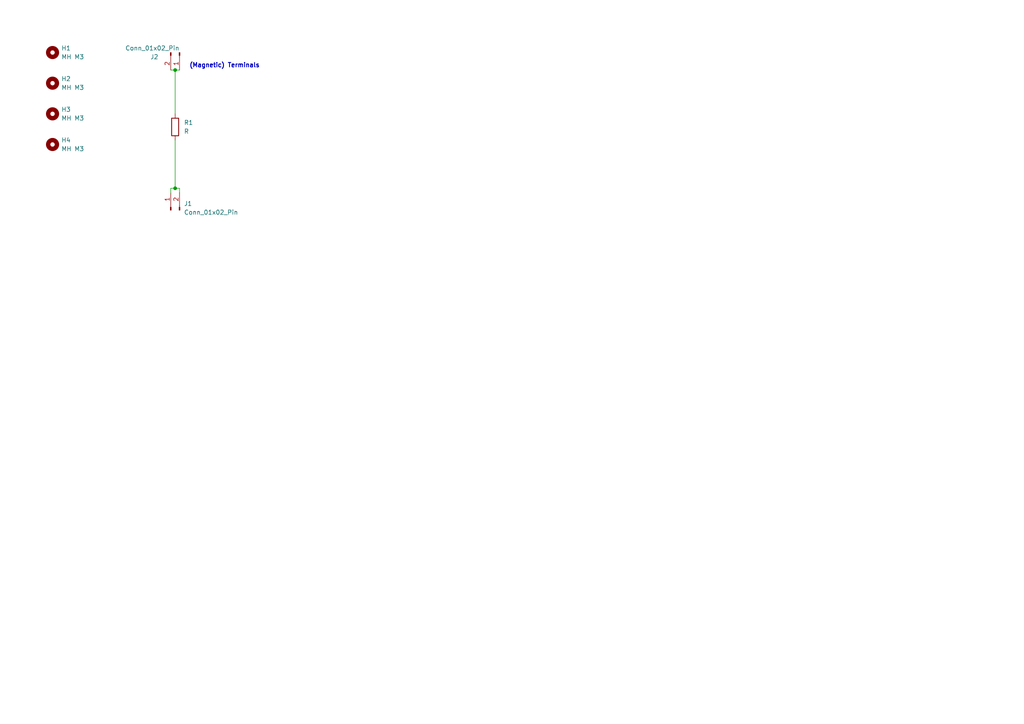
<source format=kicad_sch>
(kicad_sch (version 20250114) (generator "eeschema") (generator_version "9.0")
  (paper "A4")
  (lib_symbols
    (symbol "Connector:Conn_01x02_Pin" (pin_names (offset 1.016) (hide yes))
      (property "Reference" "J" (at 0 2.54 0))
      (property "Value" "Conn_01x02_Pin" (at 0 -5.08 0))
      (symbol "Conn_01x02_Pin_1_1"
        (rectangle (start 0.8636 0.127) (end 0 -0.127) (stroke (width 0.1524)) (fill (type outline)))
        (rectangle (start 0.8636 -2.413) (end 0 -2.667) (stroke (width 0.1524)) (fill (type outline)))
        (polyline (pts (xy 1.27 0) (xy 0.8636 0)) (stroke (width 0.1524)))
        (polyline (pts (xy 1.27 -2.54) (xy 0.8636 -2.54)) (stroke (width 0.1524)))
        (pin passive line (at 5.08 0 180) (length 3.81) (name "Pin_1") (number "1"))
        (pin passive line (at 5.08 -2.54 180) (length 3.81) (name "Pin_2") (number "2"))
      )
    )
    (symbol "Device:R" (pin_numbers (hide yes)) (pin_names (offset 0))
      (property "Reference" "R" (at 2.032 0 90))
      (property "Value" "R" (at 0 0 90))
      (symbol "R_0_1"
        (rectangle (start -1.016 -2.54) (end 1.016 2.54) (stroke (width 0.254)))
      )
      (symbol "R_1_1"
        (pin passive line (at 0 3.81 270) (length 1.27) (name "~") (number "1"))
        (pin passive line (at 0 -3.81 90) (length 1.27) (name "~") (number "2"))
      )
    )
    (symbol "Mechanical:MountingHole" (pin_names (offset 1.016)) (exclude_from_sim yes) (in_bom no)
      (property "Reference" "H" (at 0 5.08 0))
      (property "Value" "MountingHole" (at 0 3.175 0))
      (symbol "MountingHole_0_1"
        (circle (center 0 0) (radius 1.27) (stroke (width 1.27)))
      )
    )
  )
  (text "(Magnetic) Terminals" (at 54.864 19.812 0) (effects (font (size 1.27 1.27) (thickness 0.254) (bold yes)) (justify left bottom)))
  (junction (at 50.8 54.61))
  (junction (at 50.8 20.32))
  (wire (pts (xy 50.8 54.61) (xy 52.07 54.61)))
  (wire (pts (xy 50.8 40.64) (xy 50.8 54.61)))
  (wire (pts (xy 49.53 54.61) (xy 50.8 54.61)))
  (wire (pts (xy 49.53 20.32) (xy 50.8 20.32)))
  (wire (pts (xy 50.8 20.32) (xy 50.8 33.02)))
  (wire (pts (xy 49.53 54.61) (xy 49.53 55.88)))
  (wire (pts (xy 50.8 20.32) (xy 52.07 20.32)))
  (wire (pts (xy 52.07 54.61) (xy 52.07 55.88)))
  (symbol (lib_id "Mechanical:MountingHole") (at 15.24 41.91 0) (unit 1) (in_bom no)
    (property "Reference" "H4" (at 17.78 40.6399 0) (effects (justify left)))
    (property "Value" "MH M3" (at 17.78 43.1799 0) (effects (justify left)))
    (property "Footprint" "EASYEDA2KICAD:MountingHole_3.0mm_M3_tight" (effects (hide yes)))
    (property "Description" "Mounting Hole without connection" (effects (hide yes)))
  )
  (symbol (lib_id "Mechanical:MountingHole") (at 15.24 15.24 0) (unit 1) (in_bom no)
    (property "Reference" "H1" (at 17.78 13.9699 0) (effects (justify left)))
    (property "Value" "MH M3" (at 17.78 16.5099 0) (effects (justify left)))
    (property "Footprint" "EASYEDA2KICAD:MountingHole_3.0mm_M3_tight" (effects (hide yes)))
    (property "Description" "Mounting Hole without connection" (effects (hide yes)))
  )
  (symbol (lib_id "Connector:Conn_01x02_Pin") (at 52.07 15.24 270) (unit 1)
    (property "Reference" "J2" (at 45.974 16.51 90) (effects (justify right)))
    (property "Value" "Conn_01x02_Pin" (at 52.0699 13.97 90) (effects (justify right)))
    (property "Footprint" "EASYEDA2KICAD:Magentic_Connector_1x02_P2.5mm_Horizontal" (effects (hide yes)))
    (property "Description" "Generic connector, single row, 01x02, script generated" (effects (hide yes)))
  )
  (symbol (lib_id "Device:R") (at 50.8 36.83 0) (unit 1)
    (property "Reference" "R1" (at 53.34 35.5599 0) (effects (justify left)))
    (property "Value" "R" (at 53.34 38.0999 0) (effects (justify left)))
    (property "Footprint" "Resistor_SMD:R_2512_6332Metric_Pad1.40x3.35mm_HandSolder" (effects (hide yes)))
    (property "Description" "Resistor" (effects (hide yes)))
  )
  (symbol (lib_id "Mechanical:MountingHole") (at 15.24 24.13 0) (unit 1) (in_bom no)
    (property "Reference" "H2" (at 17.78 22.8599 0) (effects (justify left)))
    (property "Value" "MH M3" (at 17.78 25.3999 0) (effects (justify left)))
    (property "Footprint" "EASYEDA2KICAD:MountingHole_3.0mm_M3_tight" (effects (hide yes)))
    (property "Description" "Mounting Hole without connection" (effects (hide yes)))
  )
  (symbol (lib_id "Connector:Conn_01x02_Pin") (at 49.53 60.96 90) (unit 1)
    (property "Reference" "J1" (at 53.34 59.0549 90) (effects (justify right)))
    (property "Value" "Conn_01x02_Pin" (at 53.34 61.5949 90) (effects (justify right)))
    (property "Footprint" "EASYEDA2KICAD:Magentic_Connector_1x02_P2.5mm_Horizontal" (effects (hide yes)))
    (property "Description" "Generic connector, single row, 01x02, script generated" (effects (hide yes)))
  )
  (symbol (lib_id "Mechanical:MountingHole") (at 15.24 33.02 0) (unit 1) (in_bom no)
    (property "Reference" "H3" (at 17.78 31.7499 0) (effects (justify left)))
    (property "Value" "MH M3" (at 17.78 34.2899 0) (effects (justify left)))
    (property "Footprint" "EASYEDA2KICAD:MountingHole_3.0mm_M3_tight" (effects (hide yes)))
    (property "Description" "Mounting Hole without connection" (effects (hide yes)))
  )
)
</source>
